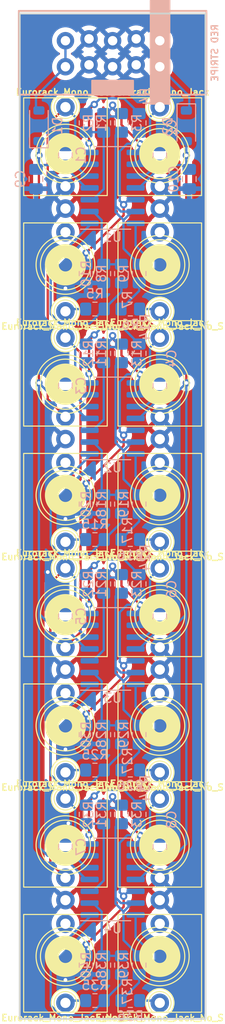
<source format=kicad_pcb>
(kicad_pcb (version 20221018) (generator pcbnew)
  (layers (0 "F.Cu" signal) (31 "B.Cu" signal) (34 "B.Paste" user) (35 "F.Paste" user) (36 "B.SilkS" user "B.Silkscreen") (37 "F.SilkS" user "F.Silkscreen") (38 "B.Mask" user) (39 "F.Mask" user) (44 "Edge.Cuts" user))
  (net 0 "")
  (net 1 "VCC")
  (net 2 "GND")
  (net 3 "VEE")
  (net 4 "Net-(D1-A)")
  (net 5 "Net-(D2-K)")
  (net 6 "/channel 1/tip in (a)")
  (net 7 "Net-(J3-Tip)")
  (net 8 "Net-(J4-Tip)")
  (net 10 "Net-(J2-Tip)")
  (net 12 "/channel 2/tip in (a)")
  (net 13 "Net-(J7-Tip)")
  (net 14 "Net-(J8-Tip)")
  (net 16 "Net-(J6-Tip)")
  (net 18 "/channel 3/tip in (a)")
  (net 19 "Net-(J11-Tip)")
  (net 20 "Net-(J12-Tip)")
  (net 22 "Net-(J10-Tip)")
  (net 24 "/channel 4/tip in (a)")
  (net 25 "Net-(J15-Tip)")
  (net 26 "Net-(J16-Tip)")
  (net 28 "Net-(J14-Tip)")
  (net 30 "Net-(U1A--)")
  (net 31 "Net-(U1D-+)")
  (net 32 "Net-(U1B--)")
  (net 33 "Net-(U1C--)")
  (net 34 "Net-(U1D--)")
  (net 35 "Net-(U2A--)")
  (net 36 "Net-(U1A-+)")
  (net 37 "Net-(U2B--)")
  (net 38 "Net-(U2C--)")
  (net 39 "Net-(U2D--)")
  (net 40 "Net-(U2D-+)")
  (net 41 "Net-(U3A--)")
  (net 42 "Net-(U2A-+)")
  (net 43 "Net-(U3B--)")
  (net 44 "Net-(U3C--)")
  (net 45 "Net-(U3D--)")
  (net 46 "Net-(U3D-+)")
  (net 47 "Net-(U4A--)")
  (net 48 "Net-(U3A-+)")
  (net 49 "Net-(U4B--)")
  (net 50 "Net-(U4C--)")
  (net 51 "Net-(U4D--)")
  (net 52 "Net-(U4D-+)")
  (net 53 "Net-(U4A-+)")
  (net 54 "Net-(R5-Pad1)")
  (net 55 "Net-(R6-Pad1)")
  (net 56 "Net-(R15-Pad1)")
  (net 57 "Net-(R16-Pad1)")
  (net 58 "Net-(R25-Pad1)")
  (net 59 "Net-(R26-Pad1)")
  (net 60 "Net-(R35-Pad1)")
  (net 61 "Net-(R36-Pad1)")
  (footprint "winterbloom:AudioJack_WQP518MA_No_S" (layer "F.Cu") (at 5.08 26.995 180)
    (fp_text reference "J3" hide)
    (fp_text value "Eurorack_Mono_Jack_No_S")
  )
  (footprint "winterbloom:AudioJack_WQP518MA_Compact_S" (layer "F.Cu") (at 15.24 64.585)
    (fp_text reference "J10" hide)
    (fp_text value "Eurorack_Mono_Jack")
  )
  (footprint "winterbloom:AudioJack_WQP518MA_No_S" (layer "F.Cu") (at 15.24 51.76 180)
    (fp_text reference "J8" hide)
    (fp_text value "Eurorack_Mono_Jack_No_S")
  )
  (footprint "winterbloom:AudioJack_WQP518MA_Compact_S" (layer "F.Cu") (at 5.08 15.055)
    (fp_text reference "J1" hide)
    (fp_text value "Eurorack_Mono_Jack")
  )
  (footprint "winterbloom:AudioJack_WQP518MA_No_S" (layer "F.Cu") (at 15.24 26.995 180)
    (fp_text reference "J4" hide)
    (fp_text value "Eurorack_Mono_Jack_No_S")
  )
  (footprint "winterbloom:AudioJack_WQP518MA_Compact_S" (layer "F.Cu") (at 15.24 15.055)
    (fp_text reference "J2" hide)
    (fp_text value "Eurorack_Mono_Jack")
  )
  (footprint "winterbloom:AudioJack_WQP518MA_Compact_S" (layer "F.Cu") (at 15.24 39.82)
    (fp_text reference "J6" hide)
    (fp_text value "Eurorack_Mono_Jack")
  )
  (footprint "winterbloom:AudioJack_WQP518MA_Compact_S" (layer "F.Cu") (at 5.08 89.35)
    (fp_text reference "J13" hide)
    (fp_text value "Eurorack_Mono_Jack")
  )
  (footprint "winterbloom:AudioJack_WQP518MA_Compact_S" (layer "F.Cu") (at 5.08 64.585)
    (fp_text reference "J9" hide)
    (fp_text value "Eurorack_Mono_Jack")
  )
  (footprint "winterbloom:AudioJack_WQP518MA_No_S" (layer "F.Cu") (at 5.08 76.525 180)
    (fp_text reference "J11" hide)
    (fp_text value "Eurorack_Mono_Jack_No_S")
  )
  (footprint "winterbloom:AudioJack_WQP518MA_No_S" (layer "F.Cu") (at 5.08 101.29 180)
    (fp_text reference "J15" hide)
    (fp_text value "Eurorack_Mono_Jack_No_S")
  )
  (footprint "winterbloom:AudioJack_WQP518MA_Compact_S" (layer "F.Cu") (at 15.24 89.35)
    (fp_text reference "J14" hide)
    (fp_text value "Eurorack_Mono_Jack")
  )
  (footprint "winterbloom:AudioJack_WQP518MA_No_S" (layer "F.Cu") (at 15.24 76.525 180)
    (fp_text reference "J12" hide)
    (fp_text value "Eurorack_Mono_Jack_No_S")
  )
  (footprint "winterbloom:AudioJack_WQP518MA_No_S" (layer "F.Cu") (at 5.08 51.76 180)
    (fp_text reference "J7" hide)
    (fp_text value "Eurorack_Mono_Jack_No_S")
  )
  (footprint "winterbloom:AudioJack_WQP518MA_Compact_S" (layer "F.Cu") (at 5.08 39.82)
    (fp_text reference "J5" hide)
    (fp_text value "Eurorack_Mono_Jack")
  )
  (footprint "winterbloom:AudioJack_WQP518MA_No_S" (layer "F.Cu") (at 15.24 101.29 180)
    (fp_text reference "J16" hide)
    (fp_text value "Eurorack_Mono_Jack_No_S")
  )
  (footprint "Package_SO:SOIC-14_3.9x8.7mm_P1.27mm" (layer "B.Cu") (at 10.16 93.0275)
    (fp_text reference "U4")
    (fp_text value "OPA1679")
  )
  (footprint "Capacitor_SMD:C_0805_2012Metric_Pad1.18x1.45mm_HandSolder" (layer "B.Cu") (at 15.24 40.005 90)
    (fp_text reference "C4")
    (fp_text value "100nF")
  )
  (footprint "Package_SO:SOIC-14_3.9x8.7mm_P1.27mm" (layer "B.Cu") (at 10.16 18.7325)
    (fp_text reference "U1")
    (fp_text value "OPA1679")
  )
  (footprint "Diode_SMD:D_SOD-123" (layer "B.Cu") (at 2.2225 12.065 90)
    (fp_text reference "D1")
    (fp_text value "D_Schottky")
  )
  (footprint "Resistor_SMD:R_0805_2012Metric_Pad1.20x1.40mm_HandSolder" (layer "B.Cu") (at 11.1125 102.235 -90)
    (fp_text reference "R37")
    (fp_text value "10k")
  )
  (footprint "Resistor_SMD:R_0805_2012Metric_Pad1.20x1.40mm_HandSolder" (layer "B.Cu") (at 9.2075 11.7475 -90)
    (fp_text reference "R2")
    (fp_text value "10k")
  )
  (footprint "Capacitor_SMD:C_0805_2012Metric_Pad1.18x1.45mm_HandSolder" (layer "B.Cu") (at 1.905 17.78 -90)
    (fp_text reference "C9")
    (fp_text value "10uF")
  )
  (footprint "Resistor_SMD:R_0805_2012Metric_Pad1.20x1.40mm_HandSolder" (layer "B.Cu") (at 11.1125 36.5125 90)
    (fp_text reference "R13")
    (fp_text value "10k")
  )
  (footprint "Resistor_SMD:R_0805_2012Metric_Pad1.20x1.40mm_HandSolder" (layer "B.Cu") (at 7.3025 102.235 90)
    (fp_text reference "R38")
    (fp_text value "10k")
  )
  (footprint "Resistor_SMD:R_0805_2012Metric_Pad1.20x1.40mm_HandSolder" (layer "B.Cu") (at 11.1125 11.7475 90)
    (fp_text reference "R3")
    (fp_text value "10k")
  )
  (footprint "Resistor_SMD:R_0805_2012Metric_Pad1.20x1.40mm_HandSolder" (layer "B.Cu") (at 7.3025 77.47 90)
    (fp_text reference "R28")
    (fp_text value "10k")
  )
  (footprint "Resistor_SMD:R_0805_2012Metric_Pad1.20x1.40mm_HandSolder" (layer "B.Cu") (at 11.1125 77.47 -90)
    (fp_text reference "R27")
    (fp_text value "10k")
  )
  (footprint "Capacitor_SMD:C_0805_2012Metric_Pad1.18x1.45mm_HandSolder" (layer "B.Cu") (at 15.24 64.77 90)
    (fp_text reference "C6")
    (fp_text value "100nF")
  )
  (footprint "Resistor_SMD:R_0805_2012Metric_Pad1.20x1.40mm_HandSolder" (layer "B.Cu") (at 13.0175 11.7475 90)
    (fp_text reference "R4")
    (fp_text value "10k")
  )
  (footprint "Resistor_SMD:R_0805_2012Metric_Pad1.20x1.40mm_HandSolder" (layer "B.Cu") (at 7.3025 61.2775 90)
    (fp_text reference "R21")
    (fp_text value "10k")
  )
  (footprint "Resistor_SMD:R_0805_2012Metric_Pad1.20x1.40mm_HandSolder" (layer "B.Cu") (at 11.1125 52.705 -90)
    (fp_text reference "R17")
    (fp_text value "10k")
  )
  (footprint "Resistor_SMD:R_0805_2012Metric_Pad1.20x1.40mm_HandSolder" (layer "B.Cu") (at 9.2075 102.235 90)
    (fp_text reference "R40")
    (fp_text value "10k")
  )
  (footprint "Diode_SMD:D_SOD-123" (layer "B.Cu") (at 18.0975 12.065 -90)
    (fp_text reference "D2")
    (fp_text value "D_Schottky")
  )
  (footprint "Resistor_SMD:R_0805_2012Metric_Pad1.20x1.40mm_HandSolder" (layer "B.Cu") (at 9.2075 86.0425 -90)
    (fp_text reference "R32")
    (fp_text value "10k")
  )
  (footprint "Resistor_SMD:R_0805_2012Metric_Pad1.20x1.40mm_HandSolder" (layer "B.Cu") (at 11.1125 86.0425 90)
    (fp_text reference "R33")
    (fp_text value "10k")
  )
  (footprint "Resistor_SMD:R_0805_2012Metric_Pad1.20x1.40mm_HandSolder" (layer "B.Cu") (at 11.1125 61.2775 90)
    (fp_text reference "R23")
    (fp_text value "10k")
  )
  (footprint "Resistor_SMD:R_0805_2012Metric_Pad1.20x1.40mm_HandSolder" (layer "B.Cu") (at 13.0175 36.5125 90)
    (fp_text reference "R14")
    (fp_text value "10k")
  )
  (footprint "Capacitor_SMD:C_0805_2012Metric_Pad1.18x1.45mm_HandSolder" (layer "B.Cu") (at 5.08 89.535 90)
    (fp_text reference "C7")
    (fp_text value "100nF")
  )
  (footprint "Resistor_SMD:R_0805_2012Metric_Pad1.20x1.40mm_HandSolder" (layer "B.Cu") (at 8.255 56.515 180)
    (fp_text reference "R15")
    (fp_text value "51")
  )
  (footprint "Resistor_SMD:R_0805_2012Metric_Pad1.20x1.40mm_HandSolder" (layer "B.Cu") (at 12.065 106.045)
    (fp_text reference "R36")
    (fp_text value "51")
  )
  (footprint "Resistor_SMD:R_0805_2012Metric_Pad1.20x1.40mm_HandSolder" (layer "B.Cu") (at 7.3025 11.7475 90)
    (fp_text reference "R1")
    (fp_text value "10k")
  )
  (footprint "Resistor_SMD:R_0805_2012Metric_Pad1.20x1.40mm_HandSolder" (layer "B.Cu") (at 7.3025 52.705 90)
    (fp_text reference "R18")
    (fp_text value "10k")
  )
  (footprint "Resistor_SMD:R_0805_2012Metric_Pad1.20x1.40mm_HandSolder" (layer "B.Cu") (at 12.065 56.515)
    (fp_text reference "R16")
    (fp_text value "51")
  )
  (footprint "Resistor_SMD:R_0805_2012Metric_Pad1.20x1.40mm_HandSolder" (layer "B.Cu") (at 13.0175 61.2775 90)
    (fp_text reference "R24")
    (fp_text value "10k")
  )
  (footprint "Capacitor_SMD:C_0805_2012Metric_Pad1.18x1.45mm_HandSolder" (layer "B.Cu") (at 15.24 15.24 90)
    (fp_text reference "C2")
    (fp_text value "100nF")
  )
  (footprint "Resistor_SMD:R_0805_2012Metric_Pad1.20x1.40mm_HandSolder" (layer "B.Cu") (at 8.255 106.045 180)
    (fp_text reference "R35")
    (fp_text value "51")
  )
  (footprint "Capacitor_SMD:C_0805_2012Metric_Pad1.18x1.45mm_HandSolder" (layer "B.Cu") (at 5.08 15.24 90)
    (fp_text reference "C1")
    (fp_text value "100nF")
  )
  (footprint "Resistor_SMD:R_0805_2012Metric_Pad1.20x1.40mm_HandSolder" (layer "B.Cu") (at 9.2075 52.705 90)
    (fp_text reference "R20")
    (fp_text value "10k")
  )
  (footprint "Capacitor_SMD:C_0805_2012Metric_Pad1.18x1.45mm_HandSolder" (layer "B.Cu") (at 5.08 64.77 90)
    (fp_text reference "C5")
    (fp_text value "100nF")
  )
  (footprint "Resistor_SMD:R_0805_2012Metric_Pad1.20x1.40mm_HandSolder" (layer "B.Cu") (at 13.0175 27.94 -90)
    (fp_text reference "R9")
    (fp_text value "10k")
  )
  (footprint "Resistor_SMD:R_0805_2012Metric_Pad1.20x1.40mm_HandSolder" (layer "B.Cu") (at 8.255 31.75 180)
    (fp_text reference "R5")
    (fp_text value "51")
  )
  (footprint "Resistor_SMD:R_0805_2012Metric_Pad1.20x1.40mm_HandSolder" (layer "B.Cu") (at 13.0175 86.0425 90)
    (fp_text reference "R34")
    (fp_text value "10k")
  )
  (footprint "Capacitor_SMD:C_0805_2012Metric_Pad1.18x1.45mm_HandSolder" (layer "B.Cu") (at 18.415 17.78 -90)
    (fp_text reference "C10")
    (fp_text value "10uF")
  )
  (footprint "Resistor_SMD:R_0805_2012Metric_Pad1.20x1.40mm_HandSolder" (layer "B.Cu") (at 12.065 31.75)
    (fp_text reference "R6")
    (fp_text value "51")
  )
  (footprint "Resistor_SMD:R_0805_2012Metric_Pad1.20x1.40mm_HandSolder" (layer "B.Cu") (at 7.3025 36.5125 90)
    (fp_text reference "R11")
    (fp_text value "10k")
  )
  (footprint "Resistor_SMD:R_0805_2012Metric_Pad1.20x1.40mm_HandSolder" (layer "B.Cu") (at 13.0175 52.705 -90)
    (fp_text reference "R19")
    (fp_text value "10k")
  )
  (footprint "Resistor_SMD:R_0805_2012Metric_Pad1.20x1.40mm_HandSolder" (layer "B.Cu") (at 9.2075 77.47 90)
    (fp_text reference "R30")
    (fp_text value "10k")
  )
  (footprint "Capacitor_SMD:C_0805_2012Metric_Pad1.18x1.45mm_HandSolder" (layer "B.Cu") (at 15.24 89.535 90)
    (fp_text reference "C8")
    (fp_text value "100nF")
  )
  (footprint "Resistor_SMD:R_0805_2012Metric_Pad1.20x1.40mm_HandSolder" (layer "B.Cu") (at 7.3025 27.94 90)
    (fp_text reference "R8")
    (fp_text value "10k")
  )
  (footprint "Package_SO:SOIC-14_3.9x8.7mm_P1.27mm" (layer "B.Cu") (at 10.16 43.4975)
    (fp_text reference "U2")
    (fp_text value "OPA1679")
  )
  (footprint "Capacitor_SMD:C_0805_2012Metric_Pad1.18x1.45mm_HandSolder" (layer "B.Cu") (at 5.08 40.005 90)
    (fp_text reference "C3")
    (fp_text value "100nF")
  )
  (footprint "Resistor_SMD:R_0805_2012Metric_Pad1.20x1.40mm_HandSolder" (layer "B.Cu") (at 13.0175 77.47 -90)
    (fp_text reference "R29")
    (fp_text value "10k")
  )
  (footprint "Resistor_SMD:R_0805_2012Metric_Pad1.20x1.40mm_HandSolder" (layer "B.Cu") (at 12.065 81.28)
    (fp_text reference "R26")
    (fp_text value "51")
  )
  (footprint "Resistor_SMD:R_0805_2012Metric_Pad1.20x1.40mm_HandSolder" (layer "B.Cu") (at 11.1125 27.94 -90)
    (fp_text reference "R7")
    (fp_text value "10k")
  )
  (footprint "winterbloom:Eurorack_Power_2x5_Shrouded_Lock" (layer "B.Cu") (at 15.24 5.6134 180)
    (fp_text reference "J17" hide)
    (fp_text value "Eurorack_Power" hide)
  )
  (footprint "Resistor_SMD:R_0805_2012Metric_Pad1.20x1.40mm_HandSolder" (layer "B.Cu") (at 7.3025 86.0425 90)
    (fp_text reference "R31")
    (fp_text value "10k")
  )
  (footprint "Resistor_SMD:R_0805_2012Metric_Pad1.20x1.40mm_HandSolder" (layer "B.Cu") (at 13.0175 102.235 -90)
    (fp_text reference "R39")
    (fp_text value "10k")
  )
  (footprint "Resistor_SMD:R_0805_2012Metric_Pad1.20x1.40mm_HandSolder" (layer "B.Cu") (at 9.2075 61.2775 -90)
    (fp_text reference "R22")
    (fp_text value "10k")
  )
  (footprint "Resistor_SMD:R_0805_2012Metric_Pad1.20x1.40mm_HandSolder" (layer "B.Cu") (at 9.2075 27.94 90)
    (fp_text reference "R10")
    (fp_text value "10k")
  )
  (footprint "Resistor_SMD:R_0805_2012Metric_Pad1.20x1.40mm_HandSolder" (layer "B.Cu") (at 8.255 81.28 180)
    (fp_text reference "R25")
    (fp_text value "51")
  )
  (footprint "Resistor_SMD:R_0805_2012Metric_Pad1.20x1.40mm_HandSolder" (layer "B.Cu") (at 9.2075 36.5125 -90)
    (fp_text reference "R12")
    (fp_text value "10k")
  )
  (footprint "Package_SO:SOIC-14_3.9x8.7mm_P1.27mm" (layer "B.Cu") (at 10.16 68.2625)
    (fp_text reference "U3")
    (fp_text value "OPA1679")
  )
  (gr_rect (start 0.16 0) (end 20.16 108) (stroke (width 0.2)) (fill none) (layer "Edge.Cuts"))
  (segment (start 2.2225 15.24) (end 2.2225 39.6875) (width 0.25) (layer "F.Cu") (net 1))
  (via (at 2.2225 15.24) (size 0.8) (drill 0.4) (layers "F.Cu" "B.Cu") (net 1))
  (via (at 2.2225 39.6875) (size 0.8) (drill 0.4) (layers "F.Cu" "B.Cu") (net 1))
  (segment (start 2.2225 39.6875) (end 3.5775 41.0425) (width 0.25) (layer "B.Cu") (net 1))
  (segment (start 5.08 41.269251) (end 7.308249 43.4975) (width 0.25) (layer "B.Cu") (net 1))
  (segment (start 4.995 90.4875) (end 3.175 90.4875) (width 0.25) (layer "B.Cu") (net 1))
  (segment (start 5.08 65.8075) (end 3.81 65.8075) (width 0.25) (layer "B.Cu") (net 1))
  (segment (start 2.6875 16.2775) (end 2.2225 16.7425) (width 0.25) (layer "B.Cu") (net 1))
  (segment (start 2.2225 64.4525) (end 3.5775 65.8075) (width 0.25) (layer "B.Cu") (net 1))
  (segment (start 3.5775 41.0425) (end 5.08 41.0425) (width 0.25) (layer "B.Cu") (net 1))
  (segment (start 2.2225 39.6875) (end 2.2225 64.135) (width 0.25) (layer "B.Cu") (net 1))
  (segment (start 3.5775 65.8075) (end 3.81 65.8075) (width 0.25) (layer "B.Cu") (net 1))
  (segment (start 2.2225 64.135) (end 2.2225 89.535) (width 0.25) (layer "B.Cu") (net 1))
  (segment (start 5.08 66.034251) (end 7.308249 68.2625) (width 0.25) (layer "B.Cu") (net 1))
  (segment (start 5.08 90.799251) (end 7.308249 93.0275) (width 0.25) (layer "B.Cu") (net 1))
  (segment (start 5.08 16.504251) (end 7.308249 18.7325) (width 0.25) (layer "B.Cu") (net 1))
  (segment (start 2.2225 13.715) (end 2.2225 16.7425) (width 0.25) (layer "B.Cu") (net 1))
  (segment (start 2.2225 64.135) (end 2.2225 64.4525) (width 0.25) (layer "B.Cu") (net 1))
  (segment (start 2.2225 89.535) (end 3.175 90.4875) (width 0.25) (layer "B.Cu") (net 1))
  (segment (start 5.08 16.2775) (end 2.6875 16.2775) (width 0.25) (layer "B.Cu") (net 1))
  (via (at 5.3975 86.995) (size 0.8) (drill 0.4) (layers "F.Cu" "B.Cu") (net 2))
  (via (at 5.08 103.8225) (size 0.8) (drill 0.4) (layers "F.Cu" "B.Cu") (net 2))
  (via (at 3.175 60.0075) (size 0.8) (drill 0.4) (layers "F.Cu" "B.Cu") (net 2))
  (via (at 5.08 54.2925) (size 0.8) (drill 0.4) (layers "F.Cu" "B.Cu") (net 2))
  (via (at 5.08 79.0575) (size 0.8) (drill 0.4) (layers "F.Cu" "B.Cu") (net 2))
  (via (at 5.08 29.5275) (size 0.8) (drill 0.4) (layers "F.Cu" "B.Cu") (net 2))
  (segment (start 18.0975 15.24) (end 18.0975 39.6875) (width 0.25) (layer "F.Cu") (net 3))
  (via (at 18.0975 15.24) (size 0.8) (drill 0.4) (layers "F.Cu" "B.Cu") (net 3))
  (via (at 18.0975 39.6875) (size 0.8) (drill 0.4) (layers "F.Cu" "B.Cu") (net 3))
  (segment (start 13.018896 93.0275) (end 15.24 90.806396) (width 0.25) (layer "B.Cu") (net 3))
  (segment (start 18.0975 63.8175) (end 18.0975 64.5375) (width 0.25) (layer "B.Cu") (net 3))
  (segment (start 15.325 90.4875) (end 16.8275 90.4875) (width 0.25) (layer "B.Cu") (net 3))
  (segment (start 15.24 16.2775) (end 17.6325 16.2775) (width 0.25) (layer "B.Cu") (net 3))
  (segment (start 18.0975 39.6875) (end 18.0975 63.8175) (width 0.25) (layer "B.Cu") (net 3))
  (segment (start 18.0975 13.715) (end 18.0975 16.7425) (width 0.25) (layer "B.Cu") (net 3))
  (segment (start 15.24 65.8075) (end 16.8275 65.8075) (width 0.25) (layer "B.Cu") (net 3))
  (segment (start 18.0975 89.2175) (end 16.8275 90.4875) (width 0.25) (layer "B.Cu") (net 3))
  (segment (start 18.0975 63.8175) (end 18.0975 89.2175) (width 0.25) (layer "B.Cu") (net 3))
  (segment (start 18.0975 64.5375) (end 16.8275 65.8075) (width 0.25) (layer "B.Cu") (net 3))
  (segment (start 16.7425 41.0425) (end 15.24 41.0425) (width 0.25) (layer "B.Cu") (net 3))
  (segment (start 13.018896 68.2625) (end 15.24 66.041396) (width 0.25) (layer "B.Cu") (net 3))
  (segment (start 13.018896 43.4975) (end 15.24 41.276396) (width 0.25) (layer "B.Cu") (net 3))
  (segment (start 18.0975 39.6875) (end 16.7425 41.0425) (width 0.25) (layer "B.Cu") (net 3))
  (segment (start 13.018896 18.7325) (end 15.24 16.511396) (width 0.25) (layer "B.Cu") (net 3))
  (segment (start 17.6325 16.2775) (end 18.0975 16.7425) (width 0.25) (layer "B.Cu") (net 3))
  (segment (start 5.08 2.921) (end 5.08 5.715) (width 0.25) (layer "B.Cu") (net 4))
  (segment (start 1.905 8.89) (end 1.905 10.415) (width 0.25) (layer "B.Cu") (net 4))
  (segment (start 5.08 5.715) (end 1.905 8.89) (width 0.25) (layer "B.Cu") (net 4))
  (segment (start 15.24 2.921) (end 15.24 5.715) (width 0.25) (layer "B.Cu") (net 5))
  (segment (start 18.415 8.89) (end 18.415 10.415) (width 0.25) (layer "B.Cu") (net 5))
  (segment (start 15.24 5.715) (end 18.415 8.89) (width 0.25) (layer "B.Cu") (net 5))
  (segment (start 3.175 41.415) (end 5.08 43.32) (width 0.25) (layer "F.Cu") (net 6))
  (segment (start 5.08 10.055) (end 3.175 11.96) (width 0.25) (layer "F.Cu") (net 6))
  (segment (start 3.175 11.96) (end 3.175 41.415) (width 0.25) (layer "F.Cu") (net 6))
  (segment (start 6.13 16.284251) (end 7.308249 17.4625) (width 0.25) (layer "B.Cu") (net 6))
  (segment (start 5.08 10.055) (end 6.13 11.105) (width 0.25) (layer "B.Cu") (net 6))
  (segment (start 6.13 11.105) (end 6.13 16.284251) (width 0.25) (layer "B.Cu") (net 6))
  (segment (start 7.255 31.75) (end 5.325 31.75) (width 0.25) (layer "B.Cu") (net 7))
  (segment (start 13.065 31.75) (end 14.995 31.75) (width 0.25) (layer "B.Cu") (net 8))
  (segment (start 12.635 17.4625) (end 13.6525 17.4625) (width 0.25) (layer "B.Cu") (net 10))
  (segment (start 14.19 11.105) (end 15.24 10.055) (width 0.25) (layer "B.Cu") (net 10))
  (segment (start 13.6525 17.4625) (end 14.19 16.925) (width 0.25) (layer "B.Cu") (net 10))
  (segment (start 14.19 16.925) (end 14.19 11.105) (width 0.25) (layer "B.Cu") (net 10))
  (segment (start 6.705 36.445) (end 6.705 50.054695) (width 0.25) (layer "F.Cu") (net 12))
  (segment (start 6.5775 50.980722) (end 6.705 51.108222) (width 0.25) (layer "F.Cu") (net 12))
  (segment (start 6.705 50.054695) (end 6.5775 50.182195) (width 0.25) (layer "F.Cu") (net 12))
  (segment (start 5.08 34.82) (end 6.705 36.445) (width 0.25) (layer "F.Cu") (net 12))
  (segment (start 6.705 51.108222) (end 6.705 66.46) (width 0.25) (layer "F.Cu") (net 12))
  (segment (start 6.5775 50.182195) (end 6.5775 50.980722) (width 0.25) (layer "F.Cu") (net 12))
  (segment (start 6.705 66.46) (end 5.08 68.085) (width 0.25) (layer "F.Cu") (net 12))
  (segment (start 5.08 34.82) (end 6.13 35.87) (width 0.25) (layer "B.Cu") (net 12))
  (segment (start 6.13 41.049251) (end 7.308249 42.2275) (width 0.25) (layer "B.Cu") (net 12))
  (segment (start 6.13 35.87) (end 6.13 41.049251) (width 0.25) (layer "B.Cu") (net 12))
  (segment (start 7.255 56.515) (end 5.325 56.515) (width 0.25) (layer "B.Cu") (net 13))
  (segment (start 13.065 56.515) (end 14.995 56.515) (width 0.25) (layer "B.Cu") (net 14))
  (segment (start 14.19 35.87) (end 15.24 34.82) (width 0.25) (layer "B.Cu") (net 16))
  (segment (start 13.6525 42.2275) (end 14.19 41.69) (width 0.25) (layer "B.Cu") (net 16))
  (segment (start 12.635 42.2275) (end 13.6525 42.2275) (width 0.25) (layer "B.Cu") (net 16))
  (segment (start 14.19 41.69) (end 14.19 35.87) (width 0.25) (layer "B.Cu") (net 16))
  (segment (start 5.08 59.585) (end 3.455 61.21) (width 0.25) (layer "F.Cu") (net 18))
  (segment (start 3.455 91.225) (end 5.08 92.85) (width 0.25) (layer "F.Cu") (net 18))
  (segment (start 3.455 61.21) (end 3.455 91.225) (width 0.25) (layer "F.Cu") (net 18))
  (segment (start 5.08 59.585) (end 6.13 60.635) (width 0.25) (layer "B.Cu") (net 18))
  (segment (start 6.13 65.814251) (end 7.308249 66.9925) (width 0.25) (layer "B.Cu") (net 18))
  (segment (start 6.13 60.635) (end 6.13 65.814251) (width 0.25) (layer "B.Cu") (net 18))
  (segment (start 7.255 81.28) (end 5.325 81.28) (width 0.25) (layer "B.Cu") (net 19))
  (segment (start 13.065 81.28) (end 14.995 81.28) (width 0.25) (layer "B.Cu") (net 20))
  (segment (start 13.6525 66.9925) (end 14.19 66.455) (width 0.25) (layer "B.Cu") (net 22))
  (segment (start 14.19 60.635) (end 15.24 59.585) (width 0.25) (layer "B.Cu") (net 22))
  (segment (start 14.19 66.455) (end 14.19 60.635) (width 0.25) (layer "B.Cu") (net 22))
  (segment (start 12.635 66.9925) (end 13.6525 66.9925) (width 0.25) (layer "B.Cu") (net 22))
  (segment (start 6.13 90.579251) (end 7.308249 91.7575) (width 0.25) (layer "B.Cu") (net 24))
  (segment (start 5.08 84.35) (end 6.13 85.4) (width 0.25) (layer "B.Cu") (net 24))
  (segment (start 6.13 85.4) (end 6.13 90.579251) (width 0.25) (layer "B.Cu") (net 24))
  (segment (start 7.255 106.045) (end 5.325 106.045) (width 0.25) (layer "B.Cu") (net 25))
  (segment (start 13.065 106.045) (end 14.995 106.045) (width 0.25) (layer "B.Cu") (net 26))
  (segment (start 14.19 91.22) (end 14.19 85.4) (width 0.25) (layer "B.Cu") (net 28))
  (segment (start 14.19 85.4) (end 15.24 84.35) (width 0.25) (layer "B.Cu") (net 28))
  (segment (start 13.6525 91.7575) (end 14.19 91.22) (width 0.25) (layer "B.Cu") (net 28))
  (segment (start 12.635 91.7575) (end 13.6525 91.7575) (width 0.25) (layer "B.Cu") (net 28))
  (segment (start 8.985 22.195749) (end 8.061751 21.2725) (width 0.25) (layer "B.Cu") (net 30))
  (segment (start 8.985 26.7175) (end 8.985 22.195749) (width 0.25) (layer "B.Cu") (net 30))
  (segment (start 11.1125 26.94) (end 9.2075 26.94) (width 0.25) (layer "B.Cu") (net 30))
  (segment (start 11.347748 20.532521) (end 11.347748 21.672252) (width 0.25) (layer "F.Cu") (net 31))
  (segment (start 11.347748 21.672252) (end 7.3025 25.7175) (width 0.25) (layer "F.Cu") (net 31))
  (via (at 7.3025 25.7175) (size 0.8) (drill 0.4) (layers "F.Cu" "B.Cu") (net 31))
  (via (at 11.347748 20.532521) (size 0.8) (drill 0.4) (layers "F.Cu" "B.Cu") (net 31))
  (segment (start 13.0175 13.065) (end 12.0925 13.99) (width 0.25) (layer "B.Cu") (net 31))
  (segment (start 11.347748 20.532521) (end 11.877769 20.0025) (width 0.25) (layer "B.Cu") (net 31))
  (segment (start 10.9275 20.112273) (end 11.347748 20.532521) (width 0.25) (layer "B.Cu") (net 31))
  (segment (start 10.9275 14.79) (end 10.9275 20.112273) (width 0.25) (layer "B.Cu") (net 31))
  (segment (start 11.7275 13.99) (end 10.9275 14.79) (width 0.25) (layer "B.Cu") (net 31))
  (segment (start 7.3025 26.94) (end 7.3025 25.7175) (width 0.25) (layer "B.Cu") (net 31))
  (segment (start 12.0925 13.99) (end 11.7275 13.99) (width 0.25) (layer "B.Cu") (net 31))
  (segment (start 7.62 10.335103) (end 8.187336 9.767767) (width 0.25) (layer "F.Cu") (net 32))
  (segment (start 7.62 13.947) (end 7.62 10.335103) (width 0.25) (layer "F.Cu") (net 32))
  (via (at 7.62 13.947) (size 0.8) (drill 0.4) (layers "F.Cu" "B.Cu") (net 32))
  (via (at 8.187336 9.767767) (size 0.8) (drill 0.4) (layers "F.Cu" "B.Cu") (net 32))
  (segment (start 7.685 16.1925) (end 7.685 14.9225) (width 0.25) (layer "B.Cu") (net 32))
  (segment (start 8.837603 9.1175) (end 11.3875 9.1175) (width 0.25) (layer "B.Cu") (net 32))
  (segment (start 7.89 9.8425) (end 7.3025 10.43) (width 0.25) (layer "B.Cu") (net 32))
  (segment (start 11.3875 9.1175) (end 13.0175 10.7475) (width 0.25) (layer "B.Cu") (net 32))
  (segment (start 8.187336 9.767767) (end 8.837603 9.1175) (width 0.25) (layer "B.Cu") (net 32))
  (segment (start 7.9375 9.8425) (end 7.89 9.8425) (width 0.25) (layer "B.Cu") (net 32))
  (segment (start 7.685 14.012) (end 7.62 13.947) (width 0.25) (layer "B.Cu") (net 32))
  (segment (start 7.685 14.9225) (end 7.685 14.012) (width 0.25) (layer "B.Cu") (net 32))
  (segment (start 13.115965 13.991133) (end 13.115965 13.959802) (width 0.25) (layer "F.Cu") (net 33))
  (segment (start 13.115965 13.959802) (end 11.1125 11.956337) (width 0.25) (layer "F.Cu") (net 33))
  (segment (start 11.1125 11.1125) (end 10.16 10.16) (width 0.25) (layer "F.Cu") (net 33))
  (segment (start 11.1125 11.956337) (end 11.1125 11.1125) (width 0.25) (layer "F.Cu") (net 33))
  (via (at 13.115965 13.991133) (size 0.8) (drill 0.4) (layers "F.Cu" "B.Cu") (net 33))
  (via (at 10.16 9.8425) (size 0.8) (drill 0.4) (layers "F.Cu" "B.Cu") (net 33))
  (segment (start 11.1125 11.065) (end 9.2075 11.065) (width 0.25) (layer "B.Cu") (net 33))
  (segment (start 13.115965 14.441535) (end 12.635 14.9225) (width 0.25) (layer "B.Cu") (net 33))
  (segment (start 10.16 10.16) (end 10.1125 10.16) (width 0.25) (layer "B.Cu") (net 33))
  (segment (start 13.115965 15.711535) (end 12.635 16.1925) (width 0.25) (layer "B.Cu") (net 33))
  (segment (start 13.115965 13.991133) (end 13.115965 15.711535) (width 0.25) (layer "B.Cu") (net 33))
  (segment (start 12.635 16.1925) (end 12.635 14.9225) (width 0.25) (layer "B.Cu") (net 33))
  (segment (start 10.16 10.16) (end 10.2075 10.16) (width 0.25) (layer "B.Cu") (net 33))
  (segment (start 10.2075 10.16) (end 11.1125 11.065) (width 0.25) (layer "B.Cu") (net 33))
  (segment (start 13.115965 13.991133) (end 13.115965 14.441535) (width 0.25) (layer "B.Cu") (net 33))
  (segment (start 10.1125 10.16) (end 9.2075 11.065) (width 0.25) (layer "B.Cu") (net 33))
  (segment (start 13.0175 26.94) (end 11.335 25.2575) (width 0.25) (layer "B.Cu") (net 34))
  (segment (start 10.4775 13.065) (end 11.1125 12.43) (width 0.25) (layer "B.Cu") (net 34))
  (segment (start 11.335 22.195749) (end 10.4775 21.338249) (width 0.25) (layer "B.Cu") (net 34))
  (segment (start 11.335 25.2575) (end 11.335 22.195749) (width 0.25) (layer "B.Cu") (net 34))
  (segment (start 11.335 22.195749) (end 12.258249 21.2725) (width 0.25) (layer "B.Cu") (net 34))
  (segment (start 12.635 21.2725) (end 11.062422 21.2725) (width 0.25) (layer "B.Cu") (net 34))
  (segment (start 11.062422 21.2725) (end 10.4775 20.687578) (width 0.25) (layer "B.Cu") (net 34))
  (segment (start 10.4775 19.685) (end 10.4775 13.065) (width 0.25) (layer "B.Cu") (net 34))
  (segment (start 10.4775 20.687578) (end 10.4775 19.685) (width 0.25) (layer "B.Cu") (net 34))
  (segment (start 10.4775 21.338249) (end 10.4775 19.685) (width 0.25) (layer "B.Cu") (net 34))
  (segment (start 8.985 51.4825) (end 8.985 46.960749) (width 0.25) (layer "B.Cu") (net 35))
  (segment (start 11.1125 51.705) (end 9.2075 51.705) (width 0.25) (layer "B.Cu") (net 35))
  (segment (start 8.985 46.960749) (end 8.061751 46.0375) (width 0.25) (layer "B.Cu") (net 35))
  (segment (start 8.317126 19.747126) (end 9.2075 18.856752) (width 0.25) (layer "B.Cu") (net 36))
  (segment (start 9.2075 18.856752) (end 9.2075 12.7475) (width 0.25) (layer "B.Cu") (net 36))
  (segment (start 8.061751 20.0025) (end 8.317126 19.747126) (width 0.25) (layer "B.Cu") (net 36))
  (segment (start 7.3025 12.7475) (end 9.2075 12.7475) (width 0.25) (layer "B.Cu") (net 36))
  (segment (start 7.62 35.100103) (end 8.187336 34.532767) (width 0.25) (layer "F.Cu") (net 37))
  (segment (start 7.62 38.712) (end 7.62 35.100103) (width 0.25) (layer "F.Cu") (net 37))
  (via (at 8.187336 34.532767) (size 0.8) (drill 0.4) (layers "F.Cu" "B.Cu") (net 37))
  (via (at 7.62 38.712) (size 0.8) (drill 0.4) (layers "F.Cu" "B.Cu") (net 37))
  (segment (start 7.89 34.6075) (end 7.3025 35.195) (width 0.25) (layer "B.Cu") (net 37))
  (segment (start 7.685 40.9575) (end 7.685 39.6875) (width 0.25) (layer "B.Cu") (net 37))
  (segment (start 8.187336 34.532767) (end 8.837603 33.8825) (width 0.25) (layer "B.Cu") (net 37))
  (segment (start 8.837603 33.8825) (end 11.3875 33.8825) (width 0.25) (layer "B.Cu") (net 37))
  (segment (start 7.685 39.6875) (end 7.685 38.777) (width 0.25) (layer "B.Cu") (net 37))
  (segment (start 7.9375 34.6075) (end 7.89 34.6075) (width 0.25) (layer "B.Cu") (net 37))
  (segment (start 7.685 38.777) (end 7.62 38.712) (width 0.25) (layer "B.Cu") (net 37))
  (segment (start 11.3875 33.8825) (end 13.0175 35.5125) (width 0.25) (layer "B.Cu") (net 37))
  (segment (start 11.1125 35.8775) (end 10.16 34.925) (width 0.25) (layer "F.Cu") (net 38))
  (segment (start 13.115965 38.724802) (end 11.1125 36.721337) (width 0.25) (layer "F.Cu") (net 38))
  (segment (start 11.1125 36.721337) (end 11.1125 35.8775) (width 0.25) (layer "F.Cu") (net 38))
  (segment (start 13.115965 38.756133) (end 13.115965 38.724802) (width 0.25) (layer "F.Cu") (net 38))
  (via (at 13.115965 38.756133) (size 0.8) (drill 0.4) (layers "F.Cu" "B.Cu") (net 38))
  (via (at 10.16 34.6075) (size 0.8) (drill 0.4) (layers "F.Cu" "B.Cu") (net 38))
  (segment (start 13.115965 40.476535) (end 12.635 40.9575) (width 0.25) (layer "B.Cu") (net 38))
  (segment (start 10.2075 34.925) (end 11.1125 35.83) (width 0.25) (layer "B.Cu") (net 38))
  (segment (start 10.1125 34.925) (end 9.2075 35.83) (width 0.25) (layer "B.Cu") (net 38))
  (segment (start 10.16 34.925) (end 10.1125 34.925) (width 0.25) (layer "B.Cu") (net 38))
  (segment (start 13.115965 38.756133) (end 13.115965 39.206535) (width 0.25) (layer "B.Cu") (net 38))
  (segment (start 11.1125 35.83) (end 9.2075 35.83) (width 0.25) (layer "B.Cu") (net 38))
  (segment (start 10.16 34.925) (end 10.2075 34.925) (width 0.25) (layer "B.Cu") (net 38))
  (segment (start 13.115965 38.756133) (end 13.115965 40.476535) (width 0.25) (layer "B.Cu") (net 38))
  (segment (start 12.635 40.9575) (end 12.635 39.6875) (width 0.25) (layer "B.Cu") (net 38))
  (segment (start 13.115965 39.206535) (end 12.635 39.6875) (width 0.25) (layer "B.Cu") (net 38))
  (segment (start 13.0175 51.705) (end 11.335 50.0225) (width 0.25) (layer "B.Cu") (net 39))
  (segment (start 10.4775 37.83) (end 11.1125 37.195) (width 0.25) (layer "B.Cu") (net 39))
  (segment (start 10.4775 46.103249) (end 10.4775 44.45) (width 0.25) (layer "B.Cu") (net 39))
  (segment (start 11.335 46.960749) (end 10.4775 46.103249) (width 0.25) (layer "B.Cu") (net 39))
  (segment (start 10.4775 45.452578) (end 10.4775 44.45) (width 0.25) (layer "B.Cu") (net 39))
  (segment (start 11.335 50.0225) (end 11.335 46.960749) (width 0.25) (layer "B.Cu") (net 39))
  (segment (start 11.335 46.960749) (end 12.258249 46.0375) (width 0.25) (layer "B.Cu") (net 39))
  (segment (start 12.635 46.0375) (end 11.062422 46.0375) (width 0.25) (layer "B.Cu") (net 39))
  (segment (start 10.4775 44.45) (end 10.4775 37.83) (width 0.25) (layer "B.Cu") (net 39))
  (segment (start 11.062422 46.0375) (end 10.4775 45.452578) (width 0.25) (layer "B.Cu") (net 39))
  (segment (start 11.347748 45.297521) (end 11.347748 46.437252) (width 0.25) (layer "F.Cu") (net 40))
  (segment (start 11.347748 46.437252) (end 7.3025 50.4825) (width 0.25) (layer "F.Cu") (net 40))
  (via (at 7.3025 50.4825) (size 0.8) (drill 0.4) (layers "F.Cu" "B.Cu") (net 40))
  (via (at 11.347748 45.297521) (size 0.8) (drill 0.4) (layers "F.Cu" "B.Cu") (net 40))
  (segment (start 13.0175 37.83) (end 12.0925 38.755) (width 0.25) (layer "B.Cu") (net 40))
  (segment (start 10.9275 44.877273) (end 11.347748 45.297521) (width 0.25) (layer "B.Cu") (net 40))
  (segment (start 7.3025 51.705) (end 7.3025 50.4825) (width 0.25) (layer "B.Cu") (net 40))
  (segment (start 10.9275 39.555) (end 10.9275 44.877273) (width 0.25) (layer "B.Cu") (net 40))
  (segment (start 11.7275 38.755) (end 10.9275 39.555) (width 0.25) (layer "B.Cu") (net 40))
  (segment (start 11.347748 45.297521) (end 11.877769 44.7675) (width 0.25) (layer "B.Cu") (net 40))
  (segment (start 12.0925 38.755) (end 11.7275 38.755) (width 0.25) (layer "B.Cu") (net 40))
  (segment (start 8.985 71.725749) (end 8.061751 70.8025) (width 0.25) (layer "B.Cu") (net 41))
  (segment (start 8.985 76.2475) (end 8.985 71.725749) (width 0.25) (layer "B.Cu") (net 41))
  (segment (start 11.1125 76.47) (end 9.2075 76.47) (width 0.25) (layer "B.Cu") (net 41))
  (segment (start 7.3025 37.5125) (end 9.2075 37.5125) (width 0.25) (layer "B.Cu") (net 42))
  (segment (start 9.2075 43.621752) (end 9.2075 37.5125) (width 0.25) (layer "B.Cu") (net 42))
  (segment (start 8.317126 44.512126) (end 9.2075 43.621752) (width 0.25) (layer "B.Cu") (net 42))
  (segment (start 8.061751 44.7675) (end 8.317126 44.512126) (width 0.25) (layer "B.Cu") (net 42))
  (segment (start 7.62 63.477) (end 7.62 59.865103) (width 0.25) (layer "F.Cu") (net 43))
  (segment (start 7.62 59.865103) (end 8.187336 59.297767) (width 0.25) (layer "F.Cu") (net 43))
  (via (at 7.62 63.477) (size 0.8) (drill 0.4) (layers "F.Cu" "B.Cu") (net 43))
  (via (at 8.187336 59.297767) (size 0.8) (drill 0.4) (layers "F.Cu" "B.Cu") (net 43))
  (segment (start 7.685 64.4525) (end 7.685 63.542) (width 0.25) (layer "B.Cu") (net 43))
  (segment (start 8.187336 59.297767) (end 8.837603 58.6475) (width 0.25) (layer "B.Cu") (net 43))
  (segment (start 8.837603 58.6475) (end 11.3875 58.6475) (width 0.25) (layer "B.Cu") (net 43))
  (segment (start 7.9375 59.3725) (end 7.89 59.3725) (width 0.25) (layer "B.Cu") (net 43))
  (segment (start 11.3875 58.6475) (end 13.0175 60.2775) (width 0.25) (layer "B.Cu") (net 43))
  (segment (start 7.89 59.3725) (end 7.3025 59.96) (width 0.25) (layer "B.Cu") (net 43))
  (segment (start 7.685 63.542) (end 7.62 63.477) (width 0.25) (layer "B.Cu") (net 43))
  (segment (start 7.685 65.7225) (end 7.685 64.4525) (width 0.25) (layer "B.Cu") (net 43))
  (segment (start 13.115965 63.489802) (end 11.1125 61.486337) (width 0.25) (layer "F.Cu") (net 44))
  (segment (start 11.1125 61.486337) (end 11.1125 60.6425) (width 0.25) (layer "F.Cu") (net 44))
  (segment (start 13.115965 63.521133) (end 13.115965 63.489802) (width 0.25) (layer "F.Cu") (net 44))
  (segment (start 11.1125 60.6425) (end 10.16 59.69) (width 0.25) (layer "F.Cu") (net 44))
  (via (at 13.115965 63.521133) (size 0.8) (drill 0.4) (layers "F.Cu" "B.Cu") (net 44))
  (via (at 10.16 59.3725) (size 0.8) (drill 0.4) (layers "F.Cu" "B.Cu") (net 44))
  (segment (start 13.115965 63.521133) (end 13.115965 63.971535) (width 0.25) (layer "B.Cu") (net 44))
  (segment (start 12.635 65.7225) (end 12.635 64.4525) (width 0.25) (layer "B.Cu") (net 44))
  (segment (start 10.1125 59.69) (end 9.2075 60.595) (width 0.25) (layer "B.Cu") (net 44))
  (segment (start 10.16 59.69) (end 10.2075 59.69) (width 0.25) (layer "B.Cu") (net 44))
  (segment (start 13.115965 65.241535) (end 12.635 65.7225) (width 0.25) (layer "B.Cu") (net 44))
  (segment (start 10.2075 59.69) (end 11.1125 60.595) (width 0.25) (layer "B.Cu") (net 44))
  (segment (start 10.16 59.69) (end 10.1125 59.69) (width 0.25) (layer "B.Cu") (net 44))
  (segment (start 11.1125 60.595) (end 9.2075 60.595) (width 0.25) (layer "B.Cu") (net 44))
  (segment (start 13.115965 63.521133) (end 13.115965 65.241535) (width 0.25) (layer "B.Cu") (net 44))
  (segment (start 13.115965 63.971535) (end 12.635 64.4525) (width 0.25) (layer "B.Cu") (net 44))
  (segment (start 13.0175 76.47) (end 11.335 74.7875) (width 0.25) (layer "B.Cu") (net 45))
  (segment (start 12.635 70.8025) (end 11.062422 70.8025) (width 0.25) (layer "B.Cu") (net 45))
  (segment (start 11.335 71.725749) (end 12.258249 70.8025) (width 0.25) (layer "B.Cu") (net 45))
  (segment (start 10.4775 70.217578) (end 10.4775 69.215) (width 0.25) (layer "B.Cu") (net 45))
  (segment (start 11.335 74.7875) (end 11.335 71.725749) (width 0.25) (layer "B.Cu") (net 45))
  (segment (start 11.062422 70.8025) (end 10.4775 70.217578) (width 0.25) (layer "B.Cu") (net 45))
  (segment (start 10.4775 62.595) (end 11.1125 61.96) (width 0.25) (layer "B.Cu") (net 45))
  (segment (start 10.4775 70.868249) (end 10.4775 69.215) (width 0.25) (layer "B.Cu") (net 45))
  (segment (start 11.335 71.725749) (end 10.4775 70.868249) (width 0.25) (layer "B.Cu") (net 45))
  (segment (start 10.4775 69.215) (end 10.4775 62.595) (width 0.25) (layer "B.Cu") (net 45))
  (segment (start 11.347748 70.062521) (end 11.347748 71.202252) (width 0.25) (layer "F.Cu") (net 46))
  (segment (start 11.347748 71.202252) (end 7.3025 75.2475) (width 0.25) (layer "F.Cu") (net 46))
  (via (at 7.3025 75.2475) (size 0.8) (drill 0.4) (layers "F.Cu" "B.Cu") (net 46))
  (via (at 11.347748 70.062521) (size 0.8) (drill 0.4) (layers "F.Cu" "B.Cu") (net 46))
  (segment (start 11.7275 63.52) (end 10.9275 64.32) (width 0.25) (layer "B.Cu") (net 46))
  (segment (start 12.0925 63.52) (end 11.7275 63.52) (width 0.25) (layer "B.Cu") (net 46))
  (segment (start 13.0175 62.595) (end 12.0925 63.52) (width 0.25) (layer "B.Cu") (net 46))
  (segment (start 7.3025 76.47) (end 7.3025 75.2475) (width 0.25) (layer "B.Cu") (net 46))
  (segment (start 10.9275 64.32) (end 10.9275 69.642273) (width 0.25) (layer "B.Cu") (net 46))
  (segment (start 11.347748 70.062521) (end 11.877769 69.5325) (width 0.25) (layer "B.Cu") (net 46))
  (segment (start 10.9275 69.642273) (end 11.347748 70.062521) (width 0.25) (layer "B.Cu") (net 46))
  (segment (start 11.1125 101.235) (end 9.2075 101.235) (width 0.25) (layer "B.Cu") (net 47))
  (segment (start 8.985 96.490749) (end 8.061751 95.5675) (width 0.25) (layer "B.Cu") (net 47))
  (segment (start 8.985 101.0125) (end 8.985 96.490749) (width 0.25) (layer "B.Cu") (net 47))
  (segment (start 8.061751 69.5325) (end 8.317126 69.277126) (width 0.25) (layer "B.Cu") (net 48))
  (segment (start 7.3025 62.2775) (end 9.2075 62.2775) (width 0.25) (layer "B.Cu") (net 48))
  (segment (start 9.2075 68.386752) (end 9.2075 62.2775) (width 0.25) (layer "B.Cu") (net 48))
  (segment (start 8.317126 69.277126) (end 9.2075 68.386752) (width 0.25) (layer "B.Cu") (net 48))
  (segment (start 7.62 88.242) (end 7.62 84.630103) (width 0.25) (layer "F.Cu") (net 49))
  (segment (start 7.62 84.630103) (end 8.187336 84.062767) (width 0.25) (layer "F.Cu") (net 49))
  (via (at 8.187336 84.062767) (size 0.8) (drill 0.4) (layers "F.Cu" "B.Cu") (net 49))
  (via (at 7.62 88.242) (size 0.8) (drill 0.4) (layers "F.Cu" "B.Cu") (net 49))
  (segment (start 7.685 89.2175) (end 7.685 88.307) (width 0.25) (layer "B.Cu") (net 49))
  (segment (start 11.3875 83.4125) (end 13.0175 85.0425) (width 0.25) (layer "B.Cu") (net 49))
  (segment (start 8.837603 83.4125) (end 11.3875 83.4125) (width 0.25) (layer "B.Cu") (net 49))
  (segment (start 7.685 90.4875) (end 7.685 89.2175) (width 0.25) (layer "B.Cu") (net 49))
  (segment (start 7.685 88.307) (end 7.62 88.242) (width 0.25) (layer "B.Cu") (net 49))
  (segment (start 7.9375 84.1375) (end 7.89 84.1375) (width 0.25) (layer "B.Cu") (net 49))
  (segment (start 8.187336 84.062767) (end 8.837603 83.4125) (width 0.25) (layer "B.Cu") (net 49))
  (segment (start 7.89 84.1375) (end 7.3025 84.725) (width 0.25) (layer "B.Cu") (net 49))
  (segment (start 11.1125 85.4075) (end 10.16 84.455) (width 0.25) (layer "F.Cu") (net 50))
  (segment (start 11.1125 86.251337) (end 11.1125 85.4075) (width 0.25) (layer "F.Cu") (net 50))
  (segment (start 13.115965 88.286133) (end 13.115965 88.254802) (width 0.25) (layer "F.Cu") (net 50))
  (segment (start 13.115965 88.254802) (end 11.1125 86.251337) (width 0.25) (layer "F.Cu") (net 50))
  (via (at 10.16 84.1375) (size 0.8) (drill 0.4) (layers "F.Cu" "B.Cu") (net 50))
  (via (at 13.115965 88.286133) (size 0.8) (drill 0.4) (layers "F.Cu" "B.Cu") (net 50))
  (segment (start 13.115965 88.736535) (end 12.635 89.2175) (width 0.25) (layer "B.Cu") (net 50))
  (segment (start 11.1125 85.36) (end 9.2075 85.36) (width 0.25) (layer "B.Cu") (net 50))
  (segment (start 12.635 90.4875) (end 12.635 89.2175) (width 0.25) (layer "B.Cu") (net 50))
  (segment (start 10.2075 84.455) (end 11.1125 85.36) (width 0.25) (layer "B.Cu") (net 50))
  (segment (start 10.16 84.455) (end 10.2075 84.455) (width 0.25) (layer "B.Cu") (net 50))
  (segment (start 10.1125 84.455) (end 9.2075 85.36) (width 0.25) (layer "B.Cu") (net 50))
  (segment (start 10.16 84.455) (end 10.1125 84.455) (width 0.25) (layer "B.Cu") (net 50))
  (segment (start 13.115965 88.286133) (end 13.115965 90.006535) (width 0.25) (layer "B.Cu") (net 50))
  (segment (start 13.115965 88.286133) (end 13.115965 88.736535) (width 0.25) (layer "B.Cu") (net 50))
  (segment (start 13.115965 90.006535) (end 12.635 90.4875) (width 0.25) (layer "B.Cu") (net 50))
  (segment (start 10.4775 95.633249) (end 10.4775 93.98) (width 0.25) (layer "B.Cu") (net 51))
  (segment (start 11.062422 95.5675) (end 10.4775 94.982578) (width 0.25) (layer "B.Cu") (net 51))
  (segment (start 11.335 96.490749) (end 10.4775 95.633249) (width 0.25) (layer "B.Cu") (net 51))
  (segment (start 12.635 95.5675) (end 11.062422 95.5675) (width 0.25) (layer "B.Cu") (net 51))
  (segment (start 11.335 96.490749) (end 12.258249 95.5675) (width 0.25) (layer "B.Cu") (net 51))
  (segment (start 10.4775 87.36) (end 11.1125 86.725) (width 0.25) (layer "B.Cu") (net 51))
  (segment (start 13.0175 101.235) (end 11.335 99.5525) (width 0.25) (layer "B.Cu") (net 51))
  (segment (start 10.4775 93.98) (end 10.4775 87.36) (width 0.25) (layer "B.Cu") (net 51))
  (segment (start 11.335 99.5525) (end 11.335 96.490749) (width 0.25) (layer "B.Cu") (net 51))
  (segment (start 10.4775 94.982578) (end 10.4775 93.98) (width 0.25) (layer "B.Cu") (net 51))
  (segment (start 11.347748 94.827521) (end 11.347748 95.967252) (width 0.25) (layer "F.Cu") (net 52))
  (segment (start 11.347748 95.967252) (end 7.3025 100.0125) (width 0.25) (layer "F.Cu") (net 52))
  (via (at 7.3025 100.0125) (size 0.8) (drill 0.4) (layers "F.Cu" "B.Cu") (net 52))
  (via (at 11.347748 94.827521) (size 0.8) (drill 0.4) (layers "F.Cu" "B.Cu") (net 52))
  (segment (start 7.3025 101.235) (end 7.3025 100.0125) (width 0.25) (layer "B.Cu") (net 52))
  (segment (start 12.0925 88.285) (end 11.7275 88.285) (width 0.25) (layer "B.Cu") (net 52))
  (segment (start 13.0175 87.36) (end 12.0925 88.285) (width 0.25) (layer "B.Cu") (net 52))
  (segment (start 10.9275 89.085) (end 10.9275 94.407273) (width 0.25) (layer "B.Cu") (net 52))
  (segment (start 10.9275 94.407273) (end 11.347748 94.827521) (width 0.25) (layer "B.Cu") (net 52))
  (segment (start 11.7275 88.285) (end 10.9275 89.085) (width 0.25) (layer "B.Cu") (net 52))
  (segment (start 11.347748 94.827521) (end 11.877769 94.2975) (width 0.25) (layer "B.Cu") (net 52))
  (segment (start 7.3025 87.0425) (end 9.2075 87.0425) (width 0.25) (layer "B.Cu") (net 53))
  (segment (start 8.317126 94.042126) (end 9.2075 93.151752) (width 0.25) (layer "B.Cu") (net 53))
  (segment (start 8.061751 94.2975) (end 8.317126 94.042126) (width 0.25) (layer "B.Cu") (net 53))
  (segment (start 9.2075 93.151752) (end 9.2075 87.0425) (width 0.25) (layer "B.Cu") (net 53))
  (segment (start 3.4925 26.956333) (end 7.685 22.763833) (width 0.25) (layer "B.Cu") (net 54))
  (segment (start 3.4925 32.281333) (end 3.4925 26.956333) (width 0.25) (layer "B.Cu") (net 54))
  (segment (start 9.255 31.75) (end 7.685 33.32) (width 0.25) (layer "B.Cu") (net 54))
  (segment (start 4.531167 33.32) (end 3.4925 32.281333) (width 0.25) (layer "B.Cu") (net 54))
  (segment (start 7.685 33.32) (end 4.531167 33.32) (width 0.25) (layer "B.Cu") (net 54))
  (segment (start 9.255 31.75) (end 11.1125 29.8925) (width 0.25) (layer "B.Cu") (net 54))
  (segment (start 7.685 22.763833) (end 7.685 22.5425) (width 0.25) (layer "B.Cu") (net 54))
  (segment (start 11.1125 29.8925) (end 11.1125 28.94) (width 0.25) (layer "B.Cu") (net 54))
  (segment (start 14.0425 26.351827) (end 14.0425 27.915) (width 0.25) (layer "B.Cu") (net 55))
  (segment (start 12.635 24.944327) (end 14.0425 26.351827) (width 0.25) (layer "B.Cu") (net 55))
  (segment (start 13.0175 29.7975) (end 11.065 31.75) (width 0.25) (layer "B.Cu") (net 55))
  (segment (start 13.0175 28.94) (end 13.0175 29.7975) (width 0.25) (layer "B.Cu") (net 55))
  (segment (start 12.635 22.5425) (end 12.635 24.944327) (width 0.25) (layer "B.Cu") (net 55))
  (segment (start 14.0425 27.915) (end 13.0175 28.94) (width 0.25) (layer "B.Cu") (net 55))
  (segment (start 3.4925 51.721333) (end 7.685 47.528833) (width 0.25) (layer "B.Cu") (net 56))
  (segment (start 4.531167 58.085) (end 3.4925 57.046333) (width 0.25) (layer "B.Cu") (net 56))
  (segment (start 7.685 58.085) (end 4.531167 58.085) (width 0.25) (layer "B.Cu") (net 56))
  (segment (start 11.1125 54.6575) (end 11.1125 53.705) (width 0.25) (layer "B.Cu") (net 56))
  (segment (start 7.685 47.528833) (end 7.685 47.3075) (width 0.25) (layer "B.Cu") (net 56))
  (segment (start 3.4925 57.046333) (end 3.4925 51.721333) (width 0.25) (layer "B.Cu") (net 56))
  (segment (start 9.255 56.515) (end 11.1125 54.6575) (width 0.25) (layer "B.Cu") (net 56))
  (segment (start 9.255 56.515) (end 7.685 58.085) (width 0.25) (layer "B.Cu") (net 56))
  (segment (start 14.0425 52.68) (end 13.0175 53.705) (width 0.25) (layer "B.Cu") (net 57))
  (segment (start 13.0175 54.5625) (end 11.065 56.515) (width 0.25) (layer "B.Cu") (net 57))
  (segment (start 14.0425 51.116827) (end 14.0425 52.68) (width 0.25) (layer "B.Cu") (net 57))
  (segment (start 12.635 47.3075) (end 12.635 49.709327) (width 0.25) (layer "B.Cu") (net 57))
  (segment (start 12.635 49.709327) (end 14.0425 51.116827) (width 0.25) (layer "B.Cu") (net 57))
  (segment (start 13.0175 53.705) (end 13.0175 54.5625) (width 0.25) (layer "B.Cu") (net 57))
  (segment (start 11.1125 79.4225) (end 11.1125 78.47) (width 0.25) (layer "B.Cu") (net 58))
  (segment (start 7.685 72.293833) (end 7.685 72.0725) (width 0.25) (layer "B.Cu") (net 58))
  (segment (start 4.531167 82.85) (end 3.4925 81.811333) (width 0.25) (layer "B.Cu") (net 58))
  (segment (start 3.4925 81.811333) (end 3.4925 76.486333) (width 0.25) (layer "B.Cu") (net 58))
  (segment (start 7.685 82.85) (end 4.531167 82.85) (width 0.25) (layer "B.Cu") (net 58))
  (segment (start 9.255 81.28) (end 11.1125 79.4225) (width 0.25) (layer "B.Cu") (net 58))
  (segment (start 9.255 81.28) (end 7.685 82.85) (width 0.25) (layer "B.Cu") (net 58))
  (segment (start 3.4925 76.486333) (end 7.685 72.293833) (width 0.25) (layer "B.Cu") (net 58))
  (segment (start 14.0425 77.445) (end 13.0175 78.47) (width 0.25) (layer "B.Cu") (net 59))
  (segment (start 13.0175 79.3275) (end 11.065 81.28) (width 0.25) (layer "B.Cu") (net 59))
  (segment (start 12.635 74.474327) (end 14.0425 75.881827) (width 0.25) (layer "B.Cu") (net 59))
  (segment (start 14.0425 75.881827) (end 14.0425 77.445) (width 0.25) (layer "B.Cu") (net 59))
  (segment (start 12.635 72.0725) (end 12.635 74.474327) (width 0.25) (layer "B.Cu") (net 59))
  (segment (start 13.0175 78.47) (end 13.0175 79.3275) (width 0.25) (layer "B.Cu") (net 59))
  (segment (start 11.1125 104.1875) (end 11.1125 103.235) (width 0.25) (layer "B.Cu") (net 60))
  (segment (start 9.255 106.045) (end 11.1125 104.1875) (width 0.25) (layer "B.Cu") (net 60))
  (segment (start 3.4925 106.576333) (end 3.4925 101.251333) (width 0.25) (layer "B.Cu") (net 60))
  (segment (start 4.531167 107.615) (end 3.4925 106.576333) (width 0.25) (layer "B.Cu") (net 60))
  (segment (start 9.255 106.045) (end 7.685 107.615) (width 0.25) (layer "B.Cu") (net 60))
  (segment (start 7.685 97.058833) (end 7.685 96.8375) (width 0.25) (layer "B.Cu") (net 60))
  (segment (start 3.4925 101.251333) (end 7.685 97.058833) (width 0.25) (layer "B.Cu") (net 60))
  (segment (start 7.685 107.615) (end 4.531167 107.615) (width 0.25) (layer "B.Cu") (net 60))
  (segment (start 12.635 99.239327) (end 14.0425 100.646827) (width 0.25) (layer "B.Cu") (net 61))
  (segment (start 13.0175 104.0925) (end 11.065 106.045) (width 0.25) (layer "B.Cu") (net 61))
  (segment (start 12.635 96.8375) (end 12.635 99.239327) (width 0.25) (layer "B.Cu") (net 61))
  (segment (start 14.0425 100.646827) (end 14.0425 102.21) (width 0.25) (layer "B.Cu") (net 61))
  (segment (start 14.0425 102.21) (end 13.0175 103.235) (width 0.25) (layer "B.Cu") (net 61))
  (segment (start 13.0175 103.235) (end 13.0175 104.0925) (width 0.25) (layer "B.Cu") (net 61))
  (zone (net 2) (net_name "GND") (layers "F&B.Cu") (connect_pads (clearance 0.5)) (min_thickness 0.25) (fill yes (thermal_gap 0.5) (thermal_bridge_width 0.5))
    (polygon (pts (xy 0 0) (xy 0 107.95) (xy 20.32 107.95) (xy 20.32 0)))
  )
)
</source>
